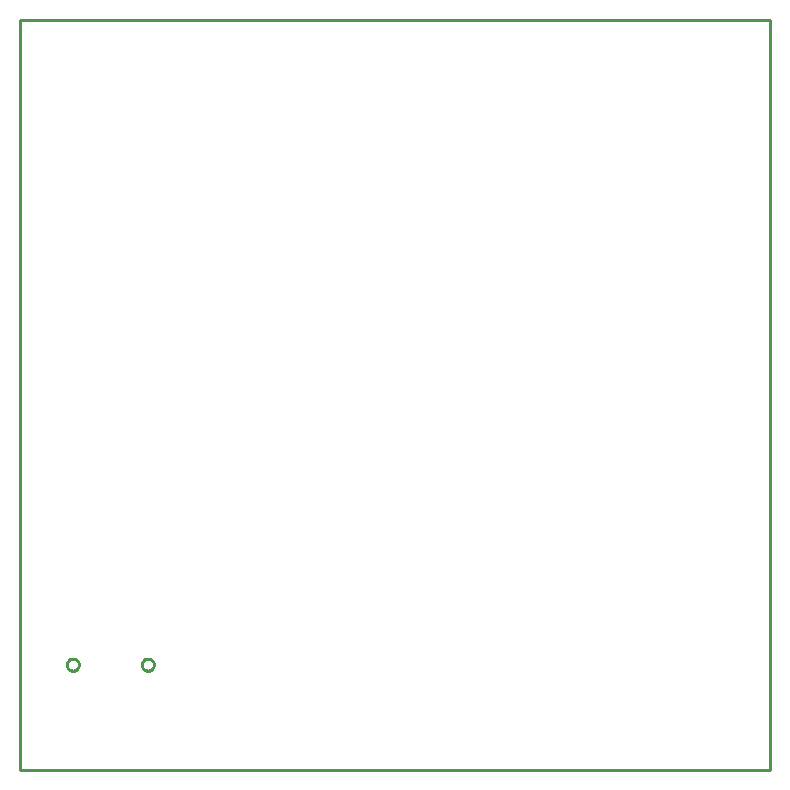
<source format=gbr>
G04 EAGLE Gerber RS-274X export*
G75*
%MOMM*%
%FSLAX34Y34*%
%LPD*%
%IN*%
%IPPOS*%
%AMOC8*
5,1,8,0,0,1.08239X$1,22.5*%
G01*
%ADD10C,0.254000*%


D10*
X0Y0D02*
X635000Y0D01*
X635000Y635000D01*
X0Y635000D01*
X0Y0D01*
X49550Y88614D02*
X49486Y88044D01*
X49358Y87486D01*
X49169Y86945D01*
X48921Y86429D01*
X48616Y85944D01*
X48259Y85496D01*
X47854Y85091D01*
X47406Y84734D01*
X46921Y84429D01*
X46405Y84181D01*
X45864Y83992D01*
X45306Y83864D01*
X44736Y83800D01*
X44164Y83800D01*
X43594Y83864D01*
X43036Y83992D01*
X42495Y84181D01*
X41979Y84429D01*
X41494Y84734D01*
X41046Y85091D01*
X40641Y85496D01*
X40284Y85944D01*
X39979Y86429D01*
X39731Y86945D01*
X39542Y87486D01*
X39414Y88044D01*
X39350Y88614D01*
X39350Y89186D01*
X39414Y89756D01*
X39542Y90314D01*
X39731Y90855D01*
X39979Y91371D01*
X40284Y91856D01*
X40641Y92304D01*
X41046Y92709D01*
X41494Y93066D01*
X41979Y93371D01*
X42495Y93619D01*
X43036Y93808D01*
X43594Y93936D01*
X44164Y94000D01*
X44736Y94000D01*
X45306Y93936D01*
X45864Y93808D01*
X46405Y93619D01*
X46921Y93371D01*
X47406Y93066D01*
X47854Y92709D01*
X48259Y92304D01*
X48616Y91856D01*
X48921Y91371D01*
X49169Y90855D01*
X49358Y90314D01*
X49486Y89756D01*
X49550Y89186D01*
X49550Y88614D01*
X113050Y88614D02*
X112986Y88044D01*
X112858Y87486D01*
X112669Y86945D01*
X112421Y86429D01*
X112116Y85944D01*
X111759Y85496D01*
X111354Y85091D01*
X110906Y84734D01*
X110421Y84429D01*
X109905Y84181D01*
X109364Y83992D01*
X108806Y83864D01*
X108236Y83800D01*
X107664Y83800D01*
X107094Y83864D01*
X106536Y83992D01*
X105995Y84181D01*
X105479Y84429D01*
X104994Y84734D01*
X104546Y85091D01*
X104141Y85496D01*
X103784Y85944D01*
X103479Y86429D01*
X103231Y86945D01*
X103042Y87486D01*
X102914Y88044D01*
X102850Y88614D01*
X102850Y89186D01*
X102914Y89756D01*
X103042Y90314D01*
X103231Y90855D01*
X103479Y91371D01*
X103784Y91856D01*
X104141Y92304D01*
X104546Y92709D01*
X104994Y93066D01*
X105479Y93371D01*
X105995Y93619D01*
X106536Y93808D01*
X107094Y93936D01*
X107664Y94000D01*
X108236Y94000D01*
X108806Y93936D01*
X109364Y93808D01*
X109905Y93619D01*
X110421Y93371D01*
X110906Y93066D01*
X111354Y92709D01*
X111759Y92304D01*
X112116Y91856D01*
X112421Y91371D01*
X112669Y90855D01*
X112858Y90314D01*
X112986Y89756D01*
X113050Y89186D01*
X113050Y88614D01*
M02*

</source>
